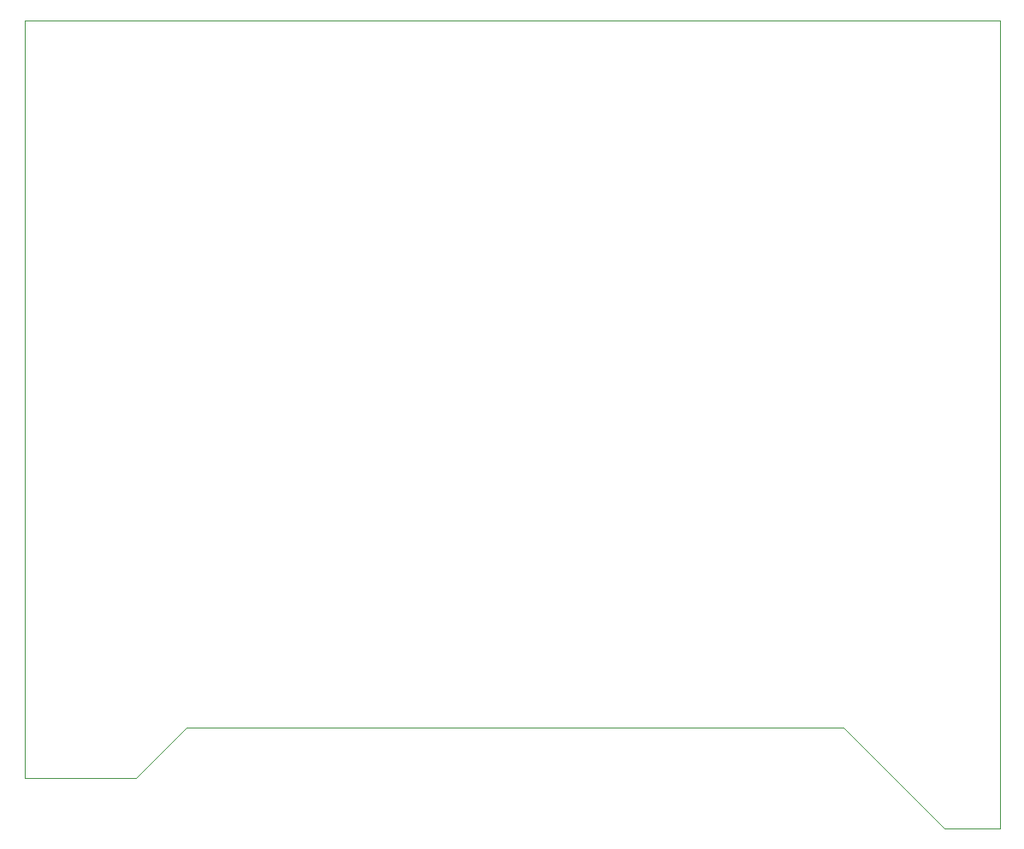
<source format=gm1>
G04 #@! TF.GenerationSoftware,KiCad,Pcbnew,(5.1.5-0-10_14)*
G04 #@! TF.CreationDate,2023-03-12T15:51:32+01:00*
G04 #@! TF.ProjectId,AC_board,41435f62-6f61-4726-942e-6b696361645f,v01*
G04 #@! TF.SameCoordinates,Original*
G04 #@! TF.FileFunction,Profile,NP*
%FSLAX46Y46*%
G04 Gerber Fmt 4.6, Leading zero omitted, Abs format (unit mm)*
G04 Created by KiCad (PCBNEW (5.1.5-0-10_14)) date 2023-03-12 15:51:32*
%MOMM*%
%LPD*%
G04 APERTURE LIST*
%ADD10C,0.050000*%
G04 APERTURE END LIST*
D10*
X160000000Y-130000000D02*
X165500000Y-130000000D01*
X165500000Y-50000000D02*
X165500000Y-130000000D01*
X150000000Y-120000000D02*
X160000000Y-130000000D01*
X85000000Y-120000000D02*
X150000000Y-120000000D01*
X80000000Y-125000000D02*
X85000000Y-120000000D01*
X80000000Y-125000000D02*
X69000000Y-125000000D01*
X69000000Y-50000000D02*
X165500000Y-50000000D01*
X69000000Y-125000000D02*
X69000000Y-50000000D01*
M02*

</source>
